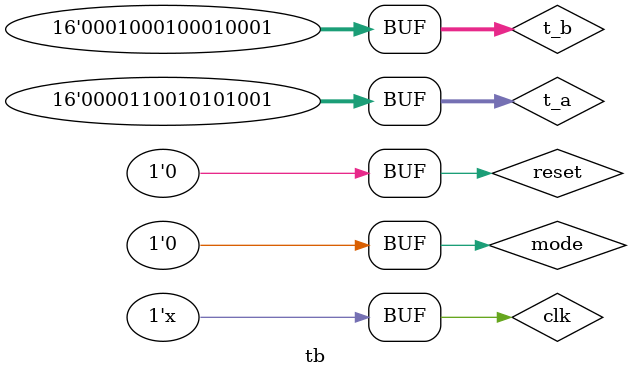
<source format=v>
module tb;
    reg[15:0] t_a,t_b;
    reg mode,clk,reset;
    wire sum;
    ser_add sa(clk,reset,mode,t_a,t_b,sum);
    initial begin
        $dumpfile("dump.vcd");
        $dumpvars(0,tb);
    end
    initial clk = 1'b0; always #3 clk =~ clk;
    initial begin
		$monitor(t_a,t_b,mode,sum);
    mode=1'b1;
    reset=1'b0;
    t_a=16'b0000110010101001;
    t_b=16'b0001000100010001;
    #6
    mode=1'b1;
    reset=1'b0;
    t_a=16'b0000110010101001;
    t_b=16'b0001000100010001;
    #6
    mode=1'b0;
    #6
    mode=1'b0;
    #6
    mode=1'b0;
    #6
    mode=1'b0;
    #6
    mode=1'b0;
    #6
    mode=1'b0;
    #6
    mode=1'b0;
    #6
    mode=1'b0;
    #6
    mode=1'b0;
    #6
    mode=1'b0;
    #6
    mode=1'b0;
    #6
    mode=1'b0;
    #6
    mode=1'b0;
    #6
    mode=1'b0;
    #6
    mode=1'b0;
  end
endmodule
</source>
